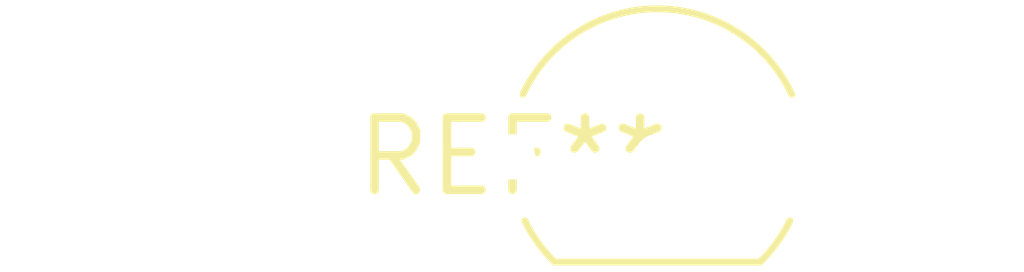
<source format=kicad_pcb>
(kicad_pcb (version 20240108) (generator pcbnew)
  (layers (0 "F.Cu" signal) (31 "B.Cu" signal) (34 "B.Paste" user) (35 "F.Paste" user) (36 "B.SilkS" user "B.Silkscreen") (37 "F.SilkS" user "F.Silkscreen") (38 "B.Mask" user) (39 "F.Mask" user) (44 "Edge.Cuts" user))
  (net 0 "")
  (footprint "TO-92_Inline_Wide" (layer "F.Cu") (at 0 0)
    (property "Reference" "REF**")
    (property "Value" "TO-92_Inline_Wide")
    (fp_line (start 0.74 1.85) (end 4.34 1.85) (layer "F.SilkS") (stroke (width 0.12)))
    (fp_arc (start 0.1836 -1.098807) (mid 1.143021 -2.192817) (end 2.54 -2.6) (layer "F.SilkS") (stroke (width 0.12)))
    (fp_arc (start 0.74 1.85) (mid 0.446097 1.509328) (end 0.215816 1.122795) (layer "F.SilkS") (stroke (width 0.12)))
    (fp_arc (start 2.54 -2.6) (mid 3.936979 -2.192818) (end 4.8964 -1.098807) (layer "F.SilkS") (stroke (width 0.12)))
    (fp_arc (start 4.864184 1.122795) (mid 4.633903 1.509328) (end 4.34 1.85) (layer "F.SilkS") (stroke (width 0.12)))
    (pad "1" thru_hole rect (at 0 0) (size 1.5 1.5) (drill 0.8) (layers *.Cu *.Mask) (remove_unused_layers))
    (pad "2" thru_hole circle (at 2.54 0) (size 1.5 1.5) (drill 0.8) (layers *.Cu *.Mask) (remove_unused_layers))
    (pad "3" thru_hole circle (at 5.08 0) (size 1.5 1.5) (drill 0.8) (layers *.Cu *.Mask) (remove_unused_layers))
  )
)
</source>
